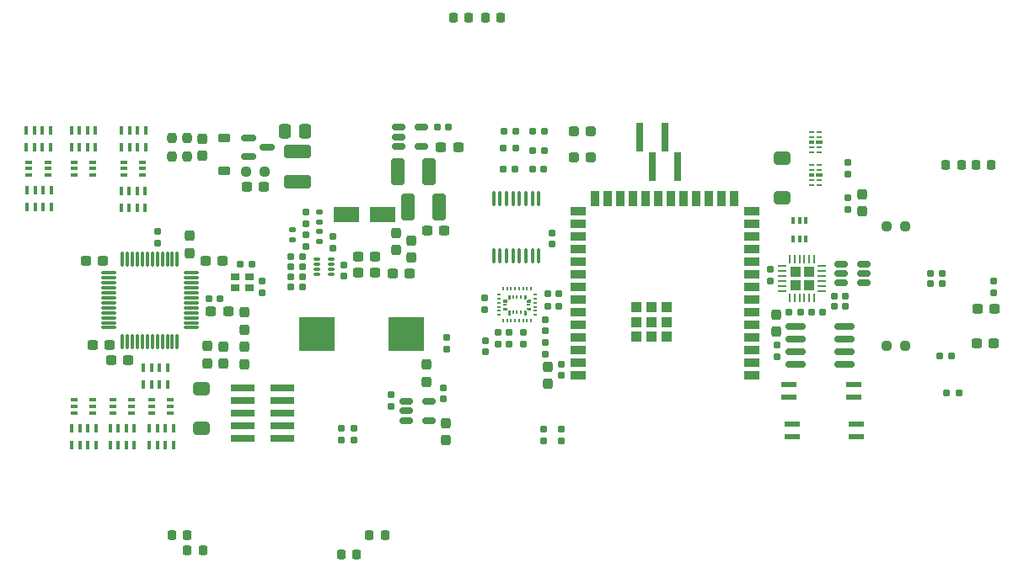
<source format=gbr>
%TF.GenerationSoftware,KiCad,Pcbnew,8.0.2*%
%TF.CreationDate,2024-07-28T21:03:14+03:00*%
%TF.ProjectId,hiro_samurai,6869726f-5f73-4616-9d75-7261692e6b69,rev?*%
%TF.SameCoordinates,Original*%
%TF.FileFunction,Paste,Bot*%
%TF.FilePolarity,Positive*%
%FSLAX46Y46*%
G04 Gerber Fmt 4.6, Leading zero omitted, Abs format (unit mm)*
G04 Created by KiCad (PCBNEW 8.0.2) date 2024-07-28 21:03:14*
%MOMM*%
%LPD*%
G01*
G04 APERTURE LIST*
G04 Aperture macros list*
%AMRoundRect*
0 Rectangle with rounded corners*
0 $1 Rounding radius*
0 $2 $3 $4 $5 $6 $7 $8 $9 X,Y pos of 4 corners*
0 Add a 4 corners polygon primitive as box body*
4,1,4,$2,$3,$4,$5,$6,$7,$8,$9,$2,$3,0*
0 Add four circle primitives for the rounded corners*
1,1,$1+$1,$2,$3*
1,1,$1+$1,$4,$5*
1,1,$1+$1,$6,$7*
1,1,$1+$1,$8,$9*
0 Add four rect primitives between the rounded corners*
20,1,$1+$1,$2,$3,$4,$5,0*
20,1,$1+$1,$4,$5,$6,$7,0*
20,1,$1+$1,$6,$7,$8,$9,0*
20,1,$1+$1,$8,$9,$2,$3,0*%
G04 Aperture macros list end*
%ADD10C,0.010000*%
%ADD11RoundRect,0.160000X-0.197500X-0.160000X0.197500X-0.160000X0.197500X0.160000X-0.197500X0.160000X0*%
%ADD12RoundRect,0.160000X0.160000X-0.197500X0.160000X0.197500X-0.160000X0.197500X-0.160000X-0.197500X0*%
%ADD13RoundRect,0.225000X-0.225000X-0.250000X0.225000X-0.250000X0.225000X0.250000X-0.225000X0.250000X0*%
%ADD14RoundRect,0.075000X0.662500X0.075000X-0.662500X0.075000X-0.662500X-0.075000X0.662500X-0.075000X0*%
%ADD15RoundRect,0.075000X0.075000X0.662500X-0.075000X0.662500X-0.075000X-0.662500X0.075000X-0.662500X0*%
%ADD16RoundRect,0.237500X-0.300000X-0.237500X0.300000X-0.237500X0.300000X0.237500X-0.300000X0.237500X0*%
%ADD17RoundRect,0.250000X-1.100000X0.412500X-1.100000X-0.412500X1.100000X-0.412500X1.100000X0.412500X0*%
%ADD18RoundRect,0.155000X-0.212500X-0.155000X0.212500X-0.155000X0.212500X0.155000X-0.212500X0.155000X0*%
%ADD19RoundRect,0.325000X-0.525000X-0.325000X0.525000X-0.325000X0.525000X0.325000X-0.525000X0.325000X0*%
%ADD20RoundRect,0.325000X0.525000X0.325000X-0.525000X0.325000X-0.525000X-0.325000X0.525000X-0.325000X0*%
%ADD21RoundRect,0.237500X0.250000X0.237500X-0.250000X0.237500X-0.250000X-0.237500X0.250000X-0.237500X0*%
%ADD22RoundRect,0.237500X0.237500X-0.300000X0.237500X0.300000X-0.237500X0.300000X-0.237500X-0.300000X0*%
%ADD23RoundRect,0.237500X-0.237500X0.300000X-0.237500X-0.300000X0.237500X-0.300000X0.237500X0.300000X0*%
%ADD24RoundRect,0.160000X0.197500X0.160000X-0.197500X0.160000X-0.197500X-0.160000X0.197500X-0.160000X0*%
%ADD25R,2.400000X0.740000*%
%ADD26RoundRect,0.160000X-0.160000X0.197500X-0.160000X-0.197500X0.160000X-0.197500X0.160000X0.197500X0*%
%ADD27RoundRect,0.155000X0.155000X-0.212500X0.155000X0.212500X-0.155000X0.212500X-0.155000X-0.212500X0*%
%ADD28RoundRect,0.050000X0.285000X0.100000X-0.285000X0.100000X-0.285000X-0.100000X0.285000X-0.100000X0*%
%ADD29RoundRect,0.100000X0.225000X0.100000X-0.225000X0.100000X-0.225000X-0.100000X0.225000X-0.100000X0*%
%ADD30R,0.400000X0.900000*%
%ADD31RoundRect,0.100000X-0.225000X-0.100000X0.225000X-0.100000X0.225000X0.100000X-0.225000X0.100000X0*%
%ADD32RoundRect,0.155000X-0.155000X0.212500X-0.155000X-0.212500X0.155000X-0.212500X0.155000X0.212500X0*%
%ADD33RoundRect,0.237500X0.300000X0.237500X-0.300000X0.237500X-0.300000X-0.237500X0.300000X-0.237500X0*%
%ADD34RoundRect,0.250000X0.337500X0.475000X-0.337500X0.475000X-0.337500X-0.475000X0.337500X-0.475000X0*%
%ADD35RoundRect,0.225000X0.225000X0.250000X-0.225000X0.250000X-0.225000X-0.250000X0.225000X-0.250000X0*%
%ADD36RoundRect,0.150000X-0.512500X-0.150000X0.512500X-0.150000X0.512500X0.150000X-0.512500X0.150000X0*%
%ADD37R,0.650000X3.000000*%
%ADD38R,3.550000X3.500000*%
%ADD39RoundRect,0.100000X0.100000X-0.225000X0.100000X0.225000X-0.100000X0.225000X-0.100000X-0.225000X0*%
%ADD40R,0.200000X0.350000*%
%ADD41R,0.350000X0.200000*%
%ADD42RoundRect,0.137500X-0.662500X-0.137500X0.662500X-0.137500X0.662500X0.137500X-0.662500X0.137500X0*%
%ADD43RoundRect,0.150000X-0.587500X-0.150000X0.587500X-0.150000X0.587500X0.150000X-0.587500X0.150000X0*%
%ADD44R,0.900000X0.800000*%
%ADD45RoundRect,0.135000X0.185000X-0.135000X0.185000X0.135000X-0.185000X0.135000X-0.185000X-0.135000X0*%
%ADD46RoundRect,0.250000X1.050000X0.550000X-1.050000X0.550000X-1.050000X-0.550000X1.050000X-0.550000X0*%
%ADD47RoundRect,0.237500X-0.237500X0.250000X-0.237500X-0.250000X0.237500X-0.250000X0.237500X0.250000X0*%
%ADD48RoundRect,0.237500X0.237500X-0.287500X0.237500X0.287500X-0.237500X0.287500X-0.237500X-0.287500X0*%
%ADD49RoundRect,0.150000X0.512500X0.150000X-0.512500X0.150000X-0.512500X-0.150000X0.512500X-0.150000X0*%
%ADD50RoundRect,0.250000X-0.412500X-1.100000X0.412500X-1.100000X0.412500X1.100000X-0.412500X1.100000X0*%
%ADD51RoundRect,0.237500X0.287500X0.237500X-0.287500X0.237500X-0.287500X-0.237500X0.287500X-0.237500X0*%
%ADD52RoundRect,0.250000X0.295000X0.295000X-0.295000X0.295000X-0.295000X-0.295000X0.295000X-0.295000X0*%
%ADD53RoundRect,0.062500X0.350000X0.062500X-0.350000X0.062500X-0.350000X-0.062500X0.350000X-0.062500X0*%
%ADD54RoundRect,0.062500X0.062500X0.350000X-0.062500X0.350000X-0.062500X-0.350000X0.062500X-0.350000X0*%
%ADD55R,0.625000X0.250000*%
%ADD56R,0.700000X0.450000*%
%ADD57R,0.575000X0.450000*%
%ADD58RoundRect,0.225000X-0.375000X0.225000X-0.375000X-0.225000X0.375000X-0.225000X0.375000X0.225000X0*%
%ADD59R,1.500000X0.900000*%
%ADD60R,0.900000X1.500000*%
%ADD61R,1.000000X1.000000*%
%ADD62RoundRect,0.100000X0.100000X-0.637500X0.100000X0.637500X-0.100000X0.637500X-0.100000X-0.637500X0*%
%ADD63RoundRect,0.150000X-0.825000X-0.150000X0.825000X-0.150000X0.825000X0.150000X-0.825000X0.150000X0*%
%ADD64RoundRect,0.135000X-0.185000X0.135000X-0.185000X-0.135000X0.185000X-0.135000X0.185000X0.135000X0*%
%ADD65RoundRect,0.237500X0.237500X-0.250000X0.237500X0.250000X-0.237500X0.250000X-0.237500X-0.250000X0*%
G04 APERTURE END LIST*
D10*
%TO.C,U13*%
X49715000Y31350000D02*
X49715000Y31200000D01*
X49365000Y31200000D01*
X49365000Y31400000D01*
X49665000Y31400000D01*
X49715000Y31350000D01*
G36*
X49715000Y31350000D02*
G01*
X49715000Y31200000D01*
X49365000Y31200000D01*
X49365000Y31400000D01*
X49665000Y31400000D01*
X49715000Y31350000D01*
G37*
X49715000Y30450000D02*
X49665000Y30400000D01*
X49365000Y30400000D01*
X49365000Y30600000D01*
X49715000Y30600000D01*
X49715000Y30450000D01*
G36*
X49715000Y30450000D02*
G01*
X49665000Y30400000D01*
X49365000Y30400000D01*
X49365000Y30600000D01*
X49715000Y30600000D01*
X49715000Y30450000D01*
G37*
X50025000Y31510000D02*
X49875000Y31510000D01*
X49825000Y31560000D01*
X49825000Y31860000D01*
X50025000Y31860000D01*
X50025000Y31510000D01*
G36*
X50025000Y31510000D02*
G01*
X49875000Y31510000D01*
X49825000Y31560000D01*
X49825000Y31860000D01*
X50025000Y31860000D01*
X50025000Y31510000D01*
G37*
X50025000Y29940000D02*
X49825000Y29940000D01*
X49825000Y30240000D01*
X49875000Y30290000D01*
X50025000Y30290000D01*
X50025000Y29940000D01*
G36*
X50025000Y29940000D02*
G01*
X49825000Y29940000D01*
X49825000Y30240000D01*
X49875000Y30290000D01*
X50025000Y30290000D01*
X50025000Y29940000D01*
G37*
X51625000Y31560000D02*
X51575000Y31510000D01*
X51425000Y31510000D01*
X51425000Y31860000D01*
X51625000Y31860000D01*
X51625000Y31560000D01*
G36*
X51625000Y31560000D02*
G01*
X51575000Y31510000D01*
X51425000Y31510000D01*
X51425000Y31860000D01*
X51625000Y31860000D01*
X51625000Y31560000D01*
G37*
X51625000Y30240000D02*
X51625000Y29940000D01*
X51425000Y29940000D01*
X51425000Y30290000D01*
X51575000Y30290000D01*
X51625000Y30240000D01*
G36*
X51625000Y30240000D02*
G01*
X51625000Y29940000D01*
X51425000Y29940000D01*
X51425000Y30290000D01*
X51575000Y30290000D01*
X51625000Y30240000D01*
G37*
X52085000Y31200000D02*
X51735000Y31200000D01*
X51735000Y31350000D01*
X51785000Y31400000D01*
X52085000Y31400000D01*
X52085000Y31200000D01*
G36*
X52085000Y31200000D02*
G01*
X51735000Y31200000D01*
X51735000Y31350000D01*
X51785000Y31400000D01*
X52085000Y31400000D01*
X52085000Y31200000D01*
G37*
X52085000Y30400000D02*
X51785000Y30400000D01*
X51735000Y30450000D01*
X51735000Y30600000D01*
X52085000Y30600000D01*
X52085000Y30400000D01*
G36*
X52085000Y30400000D02*
G01*
X51785000Y30400000D01*
X51735000Y30450000D01*
X51735000Y30600000D01*
X52085000Y30600000D01*
X52085000Y30400000D01*
G37*
%TD*%
D11*
%TO.C,R10*%
X93906700Y22005000D03*
X95101700Y22005000D03*
%TD*%
D12*
%TO.C,R53*%
X55166200Y17157500D03*
X55166200Y18352500D03*
%TD*%
D13*
%TO.C,C1*%
X96826700Y45005000D03*
X98376700Y45005000D03*
%TD*%
D14*
%TO.C,U1*%
X18014200Y34092500D03*
X18014200Y33592500D03*
X18014200Y33092500D03*
X18014200Y32592500D03*
X18014200Y32092500D03*
X18014200Y31592500D03*
X18014200Y31092500D03*
X18014200Y30592500D03*
X18014200Y30092500D03*
X18014200Y29592500D03*
X18014200Y29092500D03*
X18014200Y28592500D03*
D15*
X16601700Y27180000D03*
X16101700Y27180000D03*
X15601700Y27180000D03*
X15101700Y27180000D03*
X14601700Y27180000D03*
X14101700Y27180000D03*
X13601700Y27180000D03*
X13101700Y27180000D03*
X12601700Y27180000D03*
X12101700Y27180000D03*
X11601700Y27180000D03*
X11101700Y27180000D03*
D14*
X9689200Y28592500D03*
X9689200Y29092500D03*
X9689200Y29592500D03*
X9689200Y30092500D03*
X9689200Y30592500D03*
X9689200Y31092500D03*
X9689200Y31592500D03*
X9689200Y32092500D03*
X9689200Y32592500D03*
X9689200Y33092500D03*
X9689200Y33592500D03*
X9689200Y34092500D03*
D15*
X11101700Y35505000D03*
X11601700Y35505000D03*
X12101700Y35505000D03*
X12601700Y35505000D03*
X13101700Y35505000D03*
X13601700Y35505000D03*
X14101700Y35505000D03*
X14601700Y35505000D03*
X15101700Y35505000D03*
X15601700Y35505000D03*
X16101700Y35505000D03*
X16601700Y35505000D03*
%TD*%
D16*
%TO.C,C52*%
X43101700Y46755000D03*
X44826700Y46755000D03*
%TD*%
D17*
%TO.C,C4*%
X28665213Y46365567D03*
X28665213Y43240567D03*
%TD*%
D18*
%TO.C,C71*%
X53795500Y32005000D03*
X54930500Y32005000D03*
%TD*%
D16*
%TO.C,C41*%
X41700368Y38394182D03*
X43425368Y38394182D03*
%TD*%
D19*
%TO.C,SW_RESET2*%
X19047400Y18480600D03*
D20*
X19047400Y22480600D03*
%TD*%
D11*
%TO.C,R62*%
X28004638Y35716348D03*
X29199638Y35716348D03*
%TD*%
D18*
%TO.C,C17*%
X19784200Y31505000D03*
X20919200Y31505000D03*
%TD*%
D21*
%TO.C,R3*%
X89708300Y38768600D03*
X87883300Y38768600D03*
%TD*%
D22*
%TO.C,C18*%
X17849077Y36107073D03*
X17849077Y37832073D03*
%TD*%
D18*
%TO.C,C36*%
X28034638Y32711864D03*
X29169638Y32711864D03*
%TD*%
D23*
%TO.C,C45*%
X41601700Y24867500D03*
X41601700Y23142500D03*
%TD*%
D24*
%TO.C,R58*%
X53460500Y46432400D03*
X52265500Y46432400D03*
%TD*%
D13*
%TO.C,C3*%
X35900000Y7679000D03*
X37450000Y7679000D03*
%TD*%
D25*
%TO.C,J11*%
X23213000Y17425000D03*
X27113000Y17425000D03*
X23213000Y18695000D03*
X27113000Y18695000D03*
X23213000Y19965000D03*
X27113000Y19965000D03*
X23213000Y21235000D03*
X27113000Y21235000D03*
X23213000Y22505000D03*
X27113000Y22505000D03*
%TD*%
D26*
%TO.C,R13*%
X83969800Y41708100D03*
X83969800Y40513100D03*
%TD*%
D27*
%TO.C,C22*%
X25101700Y32120000D03*
X25101700Y33255000D03*
%TD*%
D28*
%TO.C,U5*%
X32102138Y35461864D03*
X32102138Y34961864D03*
X32102138Y34461864D03*
X32102138Y33961864D03*
X30622138Y33961864D03*
X30622138Y34461864D03*
X30622138Y34961864D03*
X30622138Y35461864D03*
%TD*%
D29*
%TO.C,Q4*%
X13121781Y45238585D03*
X13121781Y44588585D03*
X13121781Y43938585D03*
X11221781Y43938585D03*
X11221781Y44588585D03*
X11221781Y45238585D03*
%TD*%
D27*
%TO.C,C59*%
X76175000Y33317500D03*
X76175000Y34452500D03*
%TD*%
D30*
%TO.C,RN1*%
X6001700Y18505000D03*
X6801700Y18505000D03*
X7601700Y18505000D03*
X8401700Y18505000D03*
X8401700Y16805000D03*
X7601700Y16805000D03*
X6801700Y16805000D03*
X6001700Y16805000D03*
%TD*%
D31*
%TO.C,Q3*%
X14030865Y20029845D03*
X14030865Y20679845D03*
X14030865Y21329845D03*
X15930865Y21329845D03*
X15930865Y20679845D03*
X15930865Y20029845D03*
%TD*%
D18*
%TO.C,C72*%
X53795500Y30755000D03*
X54930500Y30755000D03*
%TD*%
D32*
%TO.C,C74*%
X49945000Y28082500D03*
X49945000Y26947500D03*
%TD*%
D30*
%TO.C,RN5*%
X13362976Y40673576D03*
X12562976Y40673576D03*
X11762976Y40673576D03*
X10962976Y40673576D03*
X10962976Y42373576D03*
X11762976Y42373576D03*
X12562976Y42373576D03*
X13362976Y42373576D03*
%TD*%
D33*
%TO.C,C20*%
X11651462Y25324412D03*
X9926462Y25324412D03*
%TD*%
D23*
%TO.C,C15*%
X21198566Y26713507D03*
X21198566Y24988507D03*
%TD*%
D16*
%TO.C,C31*%
X34739638Y35711864D03*
X36464638Y35711864D03*
%TD*%
D34*
%TO.C,C6*%
X29452800Y48379957D03*
X27377800Y48379957D03*
%TD*%
D16*
%TO.C,C32*%
X34751195Y34164956D03*
X36476195Y34164956D03*
%TD*%
D30*
%TO.C,RN2*%
X13201700Y24557292D03*
X14001700Y24557292D03*
X14801700Y24557292D03*
X15601700Y24557292D03*
X15601700Y22857292D03*
X14801700Y22857292D03*
X14001700Y22857292D03*
X13201700Y22857292D03*
%TD*%
D32*
%TO.C,C38*%
X29520446Y37910204D03*
X29520446Y36775204D03*
%TD*%
D11*
%TO.C,R12*%
X93156700Y25755000D03*
X94351700Y25755000D03*
%TD*%
D35*
%TO.C,C10*%
X45851700Y59755000D03*
X44301700Y59755000D03*
%TD*%
D11*
%TO.C,R71*%
X92253139Y34033952D03*
X93448139Y34033952D03*
%TD*%
D23*
%TO.C,C63*%
X43601700Y19005000D03*
X43601700Y17280000D03*
%TD*%
D20*
%TO.C,SW_RESET1*%
X77365800Y45645400D03*
D19*
X77365800Y41645400D03*
%TD*%
D26*
%TO.C,R60*%
X32226553Y37792849D03*
X32226553Y36597849D03*
%TD*%
D16*
%TO.C,C21*%
X19449490Y35293945D03*
X21174490Y35293945D03*
%TD*%
D13*
%TO.C,C9*%
X47551700Y59755000D03*
X49101700Y59755000D03*
%TD*%
D31*
%TO.C,Q2*%
X10101700Y20005000D03*
X10101700Y20655000D03*
X10101700Y21305000D03*
X12001700Y21305000D03*
X12001700Y20655000D03*
X12001700Y20005000D03*
%TD*%
D22*
%TO.C,C53*%
X76738574Y28205255D03*
X76738574Y29930255D03*
%TD*%
D36*
%TO.C,U12*%
X39601700Y19255000D03*
X39601700Y20205000D03*
X39601700Y21155000D03*
X41876700Y21155000D03*
X41876700Y19255000D03*
%TD*%
D37*
%TO.C,J15*%
X66901000Y44798200D03*
X65631000Y47798200D03*
X64361000Y44798200D03*
X63091000Y47798200D03*
%TD*%
D32*
%TO.C,C33*%
X33324849Y34920489D03*
X33324849Y33785489D03*
%TD*%
D23*
%TO.C,C29*%
X53851700Y24642500D03*
X53851700Y22917500D03*
%TD*%
D33*
%TO.C,C16*%
X9836376Y26835410D03*
X8111376Y26835410D03*
%TD*%
D18*
%TO.C,C58*%
X80317500Y30135000D03*
X81452500Y30135000D03*
%TD*%
D30*
%TO.C,RN6*%
X13401700Y46755000D03*
X12601700Y46755000D03*
X11801700Y46755000D03*
X11001700Y46755000D03*
X11001700Y48455000D03*
X11801700Y48455000D03*
X12601700Y48455000D03*
X13401700Y48455000D03*
%TD*%
D38*
%TO.C,L1*%
X30663000Y27919701D03*
X39613000Y27919701D03*
%TD*%
D24*
%TO.C,R57*%
X53460500Y48369800D03*
X52265500Y48369800D03*
%TD*%
D36*
%TO.C,U6*%
X38826700Y46855000D03*
X38826700Y47805000D03*
X38826700Y48755000D03*
X41101700Y48755000D03*
X41101700Y46855000D03*
%TD*%
D30*
%TO.C,RN8*%
X3939000Y40699800D03*
X3139000Y40699800D03*
X2339000Y40699800D03*
X1539000Y40699800D03*
X1539000Y42399800D03*
X2339000Y42399800D03*
X3139000Y42399800D03*
X3939000Y42399800D03*
%TD*%
D32*
%TO.C,C73*%
X48865000Y28092500D03*
X48865000Y26957500D03*
%TD*%
D23*
%TO.C,C46*%
X40113000Y37367500D03*
X40113000Y35642500D03*
%TD*%
D39*
%TO.C,Q13*%
X79765000Y37485000D03*
X79115000Y37485000D03*
X78465000Y37485000D03*
X78465000Y39385000D03*
X79115000Y39385000D03*
X79765000Y39385000D03*
%TD*%
D21*
%TO.C,R4*%
X89708300Y26755000D03*
X87883300Y26755000D03*
%TD*%
D40*
%TO.C,U13*%
X52125000Y29315000D03*
X51725000Y29315000D03*
X51325000Y29315000D03*
X50925000Y29315000D03*
X50525000Y29315000D03*
X50125000Y29315000D03*
X49725000Y29315000D03*
X49325000Y29315000D03*
D41*
X48890000Y29900000D03*
X48890000Y30300000D03*
X48890000Y30700000D03*
X48890000Y31100000D03*
X48890000Y31500000D03*
X48890000Y31900000D03*
D40*
X49325000Y32485000D03*
X49725000Y32485000D03*
X50125000Y32485000D03*
X50525000Y32485000D03*
X50925000Y32485000D03*
X51325000Y32485000D03*
X51725000Y32485000D03*
X52125000Y32485000D03*
D41*
X52560000Y31900000D03*
X52560000Y31500000D03*
X52560000Y31100000D03*
X52560000Y30700000D03*
X52560000Y30300000D03*
X52560000Y29900000D03*
D40*
X51125000Y30115000D03*
X50725000Y30115000D03*
X50325000Y30115000D03*
D41*
X49540000Y30900000D03*
D40*
X50325000Y31685000D03*
X50725000Y31685000D03*
X51125000Y31685000D03*
D41*
X51910000Y30900000D03*
%TD*%
D16*
%TO.C,C75*%
X23569700Y42755000D03*
X25294700Y42755000D03*
%TD*%
D31*
%TO.C,Q1*%
X6200000Y20005000D03*
X6200000Y20655000D03*
X6200000Y21305000D03*
X8100000Y21305000D03*
X8100000Y20655000D03*
X8100000Y20005000D03*
%TD*%
D42*
%TO.C,U15*%
X78351700Y17661200D03*
X78351700Y18931200D03*
X84851700Y18931200D03*
X84851700Y17661200D03*
%TD*%
D43*
%TO.C,Q7*%
X23726700Y45805000D03*
X23726700Y47705000D03*
X25601700Y46755000D03*
%TD*%
D44*
%TO.C,Y1*%
X23825000Y32585000D03*
X22425000Y32585000D03*
X22425000Y33685000D03*
X23825000Y33685000D03*
%TD*%
D45*
%TO.C,R65*%
X30863000Y39245000D03*
X30863000Y40265000D03*
%TD*%
D26*
%TO.C,R5*%
X83969800Y45208100D03*
X83969800Y44013100D03*
%TD*%
D12*
%TO.C,R6*%
X51407000Y26917500D03*
X51407000Y28112500D03*
%TD*%
D26*
%TO.C,R64*%
X29520446Y40208903D03*
X29520446Y39013903D03*
%TD*%
D46*
%TO.C,C40*%
X37201700Y40005000D03*
X33601700Y40005000D03*
%TD*%
D23*
%TO.C,C23*%
X19601700Y26730000D03*
X19601700Y25005000D03*
%TD*%
%TO.C,C35*%
X38601700Y38117500D03*
X38601700Y36392500D03*
%TD*%
D16*
%TO.C,R68*%
X96876700Y27005000D03*
X98601700Y27005000D03*
%TD*%
D24*
%TO.C,R8*%
X50635000Y48345000D03*
X49440000Y48345000D03*
%TD*%
D22*
%TO.C,C39*%
X85443000Y40293700D03*
X85443000Y42018700D03*
%TD*%
D31*
%TO.C,Q5*%
X6201700Y43947800D03*
X6201700Y44597800D03*
X6201700Y45247800D03*
X8101700Y45247800D03*
X8101700Y44597800D03*
X8101700Y43947800D03*
%TD*%
D12*
%TO.C,R16*%
X14613000Y37060000D03*
X14613000Y38255000D03*
%TD*%
D47*
%TO.C,R14*%
X17601700Y47667500D03*
X17601700Y45842500D03*
%TD*%
D48*
%TO.C,FB1*%
X23314600Y24928200D03*
X23314600Y26678200D03*
%TD*%
D27*
%TO.C,C12*%
X38101700Y20687500D03*
X38101700Y21822500D03*
%TD*%
D49*
%TO.C,U8*%
X85560000Y34985000D03*
X85560000Y34035000D03*
X85560000Y33085000D03*
X83285000Y33085000D03*
X83285000Y34035000D03*
X83285000Y34985000D03*
%TD*%
D12*
%TO.C,R59*%
X53394700Y17157500D03*
X53394700Y18352500D03*
%TD*%
D27*
%TO.C,C13*%
X54219982Y36989210D03*
X54219982Y38124210D03*
%TD*%
D35*
%TO.C,C2*%
X95351700Y45005000D03*
X93801700Y45005000D03*
%TD*%
D21*
%TO.C,R11*%
X25351700Y44255000D03*
X23526700Y44255000D03*
%TD*%
D23*
%TO.C,C34*%
X19101700Y47617500D03*
X19101700Y45892500D03*
%TD*%
D50*
%TO.C,C44*%
X38789200Y44255000D03*
X41914200Y44255000D03*
%TD*%
D35*
%TO.C,C50*%
X17601700Y7679000D03*
X16051700Y7679000D03*
%TD*%
D50*
%TO.C,C42*%
X39789200Y40755000D03*
X42914200Y40755000D03*
%TD*%
D12*
%TO.C,R56*%
X53540600Y25889600D03*
X53540600Y27084600D03*
%TD*%
D32*
%TO.C,C54*%
X76851700Y26822500D03*
X76851700Y25687500D03*
%TD*%
D51*
%TO.C,D4*%
X58163400Y45728200D03*
X56413400Y45728200D03*
%TD*%
D42*
%TO.C,U14*%
X78045000Y21610000D03*
X78045000Y22880000D03*
X84545000Y22880000D03*
X84545000Y21610000D03*
%TD*%
D11*
%TO.C,R72*%
X78057500Y30145000D03*
X79252500Y30145000D03*
%TD*%
%TO.C,R2*%
X33113000Y17255000D03*
X34308000Y17255000D03*
%TD*%
D30*
%TO.C,RN4*%
X13815000Y18509730D03*
X14615000Y18509730D03*
X15415000Y18509730D03*
X16215000Y18509730D03*
X16215000Y16809730D03*
X15415000Y16809730D03*
X14615000Y16809730D03*
X13815000Y16809730D03*
%TD*%
D24*
%TO.C,R1*%
X34308000Y18505000D03*
X33113000Y18505000D03*
%TD*%
D32*
%TO.C,C55*%
X98601700Y33255000D03*
X98601700Y32120000D03*
%TD*%
D51*
%TO.C,D3*%
X58163400Y48318200D03*
X56413400Y48318200D03*
%TD*%
D11*
%TO.C,R70*%
X92254200Y33005000D03*
X93449200Y33005000D03*
%TD*%
D45*
%TO.C,R66*%
X30867530Y37266913D03*
X30867530Y38286913D03*
%TD*%
D18*
%TO.C,C19*%
X22950300Y34958600D03*
X24085300Y34958600D03*
%TD*%
%TO.C,C56*%
X82611332Y30755000D03*
X83746332Y30755000D03*
%TD*%
D52*
%TO.C,U9*%
X80026700Y32867500D03*
X80026700Y34217500D03*
X78676700Y32867500D03*
X78676700Y34217500D03*
D53*
X81314200Y34792500D03*
X81314200Y34292500D03*
X81314200Y33792500D03*
X81314200Y33292500D03*
X81314200Y32792500D03*
X81314200Y32292500D03*
D54*
X80601700Y31580000D03*
X80101700Y31580000D03*
X79601700Y31580000D03*
X79101700Y31580000D03*
X78601700Y31580000D03*
X78101700Y31580000D03*
D53*
X77389200Y32292500D03*
X77389200Y32792500D03*
X77389200Y33292500D03*
X77389200Y33792500D03*
X77389200Y34292500D03*
X77389200Y34792500D03*
D54*
X78101700Y35505000D03*
X78601700Y35505000D03*
X79101700Y35505000D03*
X79601700Y35505000D03*
X80101700Y35505000D03*
X80601700Y35505000D03*
%TD*%
D27*
%TO.C,C28*%
X53540600Y28253000D03*
X53540600Y29388000D03*
%TD*%
D33*
%TO.C,C24*%
X9113685Y35333706D03*
X7388685Y35333706D03*
%TD*%
%TO.C,R69*%
X98714200Y30505000D03*
X96989200Y30505000D03*
%TD*%
D55*
%TO.C,U2*%
X81101700Y48255000D03*
X81101700Y47755000D03*
D56*
X81064200Y47255000D03*
D55*
X81101700Y46755000D03*
X81101700Y46255000D03*
X80326700Y46255000D03*
X80326700Y46755000D03*
D57*
X80301700Y47255000D03*
D55*
X80326700Y47755000D03*
X80326700Y48255000D03*
%TD*%
D58*
%TO.C,D5*%
X21351700Y47655000D03*
X21351700Y44355000D03*
%TD*%
D27*
%TO.C,C68*%
X47455000Y30417500D03*
X47455000Y31552500D03*
%TD*%
D13*
%TO.C,C60*%
X17612000Y6155000D03*
X19162000Y6155000D03*
%TD*%
D27*
%TO.C,C62*%
X43351700Y21437500D03*
X43351700Y22572500D03*
%TD*%
D32*
%TO.C,C67*%
X43660000Y27572500D03*
X43660000Y26437500D03*
%TD*%
D11*
%TO.C,R61*%
X28004638Y34709514D03*
X29199638Y34709514D03*
%TD*%
D59*
%TO.C,U3*%
X56832601Y23813770D03*
X56832601Y25083770D03*
X56832601Y26353770D03*
X56832601Y27623770D03*
X56832601Y28893770D03*
X56832601Y30163770D03*
X56832601Y31433770D03*
X56832601Y32703770D03*
X56832601Y33973770D03*
X56832601Y35243770D03*
X56832601Y36513770D03*
X56832601Y37783770D03*
X56832601Y39053770D03*
X56832601Y40323770D03*
D60*
X58597601Y41573770D03*
X59867601Y41573770D03*
X61137601Y41573770D03*
X62407601Y41573770D03*
X63677601Y41573770D03*
X64947601Y41573770D03*
X66217601Y41573770D03*
X67487601Y41573770D03*
X68757601Y41573770D03*
X70027601Y41573770D03*
X71297601Y41573770D03*
X72567601Y41573770D03*
D59*
X74332601Y40323770D03*
X74332601Y39053770D03*
X74332601Y37783770D03*
X74332601Y36513770D03*
X74332601Y35243770D03*
X74332601Y33973770D03*
X74332601Y32703770D03*
X74332601Y31433770D03*
X74332601Y30163770D03*
X74332601Y28893770D03*
X74332601Y27623770D03*
X74332601Y26353770D03*
X74332601Y25083770D03*
X74332601Y23813770D03*
D61*
X62722601Y30663770D03*
X62722601Y29163770D03*
X62722601Y27663770D03*
X64222601Y30663770D03*
X64222601Y29163770D03*
X64222601Y27663770D03*
X65722601Y30663770D03*
X65722601Y29163770D03*
X65722601Y27663770D03*
%TD*%
D22*
%TO.C,C25*%
X23351700Y28392500D03*
X23351700Y30117500D03*
%TD*%
D62*
%TO.C,U10*%
X52924348Y35826923D03*
X52274348Y35826923D03*
X51624348Y35826923D03*
X50974348Y35826923D03*
X50324348Y35826923D03*
X49674348Y35826923D03*
X49024348Y35826923D03*
X48374348Y35826923D03*
X48374348Y41551923D03*
X49024348Y41551923D03*
X49674348Y41551923D03*
X50324348Y41551923D03*
X50974348Y41551923D03*
X51624348Y41551923D03*
X52274348Y41551923D03*
X52924348Y41551923D03*
%TD*%
D63*
%TO.C,U7*%
X78710000Y24940000D03*
X78710000Y26210000D03*
X78710000Y27480000D03*
X78710000Y28750000D03*
X83660000Y28750000D03*
X83660000Y27480000D03*
X83660000Y26210000D03*
X83660000Y24940000D03*
%TD*%
D30*
%TO.C,RN7*%
X8351700Y46755000D03*
X7551700Y46755000D03*
X6751700Y46755000D03*
X5951700Y46755000D03*
X5951700Y48455000D03*
X6751700Y48455000D03*
X7551700Y48455000D03*
X8351700Y48455000D03*
%TD*%
D11*
%TO.C,R63*%
X28004638Y33711864D03*
X29199638Y33711864D03*
%TD*%
D29*
%TO.C,Q6*%
X3589000Y45238585D03*
X3589000Y44588585D03*
X3589000Y43938585D03*
X1689000Y43938585D03*
X1689000Y44588585D03*
X1689000Y45238585D03*
%TD*%
D30*
%TO.C,RN3*%
X9851700Y18505000D03*
X10651700Y18505000D03*
X11451700Y18505000D03*
X12251700Y18505000D03*
X12251700Y16805000D03*
X11451700Y16805000D03*
X10651700Y16805000D03*
X9851700Y16805000D03*
%TD*%
D18*
%TO.C,C57*%
X82601700Y31755000D03*
X83736700Y31755000D03*
%TD*%
%TO.C,C51*%
X42716700Y48755000D03*
X43851700Y48755000D03*
%TD*%
D64*
%TO.C,R67*%
X28206841Y38428582D03*
X28206841Y37408582D03*
%TD*%
D55*
%TO.C,U4*%
X81083674Y44976317D03*
X81083674Y44476317D03*
D56*
X81046174Y43976317D03*
D55*
X81083674Y43476317D03*
X81083674Y42976317D03*
X80308674Y42976317D03*
X80308674Y43476317D03*
D57*
X80283674Y43976317D03*
D55*
X80308674Y44476317D03*
X80308674Y44976317D03*
%TD*%
D32*
%TO.C,C30*%
X55211863Y24944533D03*
X55211863Y23809533D03*
%TD*%
D18*
%TO.C,C14*%
X52295500Y44505000D03*
X53430500Y44505000D03*
%TD*%
D24*
%TO.C,R9*%
X50565000Y46635000D03*
X49370000Y46635000D03*
%TD*%
D30*
%TO.C,RN9*%
X3839000Y46755000D03*
X3039000Y46755000D03*
X2239000Y46755000D03*
X1439000Y46755000D03*
X1439000Y48455000D03*
X2239000Y48455000D03*
X3039000Y48455000D03*
X3839000Y48455000D03*
%TD*%
D24*
%TO.C,R7*%
X50545000Y44555000D03*
X49350000Y44555000D03*
%TD*%
D65*
%TO.C,R15*%
X16101700Y45842500D03*
X16101700Y47667500D03*
%TD*%
D33*
%TO.C,C47*%
X39975500Y34005000D03*
X38250500Y34005000D03*
%TD*%
D16*
%TO.C,C26*%
X19966675Y30204677D03*
X21691675Y30204677D03*
%TD*%
D35*
%TO.C,C5*%
X34626700Y5755000D03*
X33076700Y5755000D03*
%TD*%
D32*
%TO.C,C64*%
X47575000Y27292500D03*
X47575000Y26157500D03*
%TD*%
M02*

</source>
